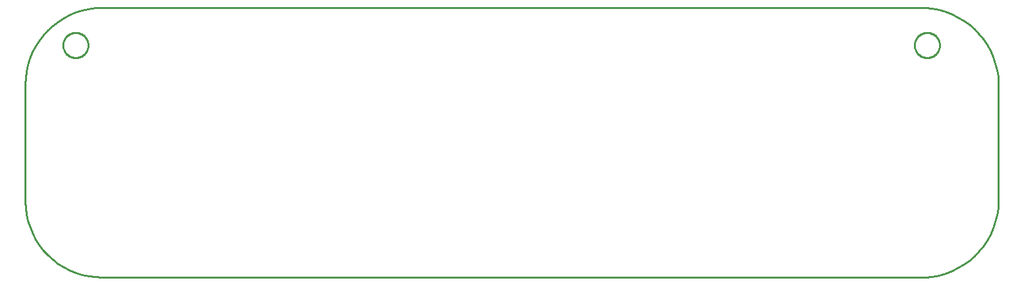
<source format=gbr>
G04 EAGLE Gerber RS-274X export*
G75*
%MOMM*%
%FSLAX34Y34*%
%LPD*%
%IN*%
%IPPOS*%
%AMOC8*
5,1,8,0,0,1.08239X$1,22.5*%
G01*
%ADD10C,0.254000*%


D10*
X0Y100000D02*
X404Y91263D01*
X1568Y82594D01*
X3484Y74060D01*
X6135Y65725D01*
X9503Y57653D01*
X13562Y49905D01*
X18281Y42540D01*
X23624Y35615D01*
X29549Y29182D01*
X36013Y23289D01*
X42966Y17983D01*
X50355Y13302D01*
X58124Y9284D01*
X66213Y5958D01*
X74562Y3349D01*
X83106Y1478D01*
X91781Y359D01*
X100520Y0D01*
X1175080Y0D01*
X1184027Y169D01*
X1192924Y1117D01*
X1201706Y2837D01*
X1210304Y5315D01*
X1218653Y8534D01*
X1226690Y12468D01*
X1234354Y17087D01*
X1241586Y22357D01*
X1248331Y28237D01*
X1254538Y34683D01*
X1260159Y41645D01*
X1265152Y49070D01*
X1269479Y56903D01*
X1273107Y65082D01*
X1276009Y73547D01*
X1278161Y82233D01*
X1279548Y91073D01*
X1280160Y100000D01*
X1280160Y255690D01*
X1279545Y264613D01*
X1278154Y273449D01*
X1275999Y282130D01*
X1273095Y290589D01*
X1269465Y298764D01*
X1265136Y306591D01*
X1260141Y314011D01*
X1254519Y320968D01*
X1248312Y327408D01*
X1241567Y333282D01*
X1234336Y338547D01*
X1226674Y343161D01*
X1218638Y347090D01*
X1210291Y350303D01*
X1201696Y352777D01*
X1192917Y354492D01*
X1184023Y355435D01*
X1175080Y355600D01*
X100520Y355600D01*
X91732Y355187D01*
X83013Y354011D01*
X74429Y352078D01*
X66047Y349405D01*
X57930Y346012D01*
X50139Y341924D01*
X42735Y337172D01*
X35772Y331793D01*
X29305Y325828D01*
X23382Y319322D01*
X18049Y312325D01*
X13346Y304889D01*
X9309Y297072D01*
X5969Y288933D01*
X3351Y280533D01*
X1475Y271937D01*
X355Y263211D01*
X0Y254420D01*
X0Y100000D01*
X82550Y305530D02*
X82479Y304451D01*
X82338Y303379D01*
X82127Y302319D01*
X81848Y301275D01*
X81500Y300251D01*
X81086Y299253D01*
X80608Y298283D01*
X80068Y297347D01*
X79467Y296448D01*
X78809Y295591D01*
X78097Y294778D01*
X77332Y294014D01*
X76519Y293301D01*
X75662Y292643D01*
X74763Y292042D01*
X73827Y291502D01*
X72857Y291024D01*
X71859Y290610D01*
X70835Y290262D01*
X69791Y289983D01*
X68731Y289772D01*
X67659Y289631D01*
X66580Y289560D01*
X65500Y289560D01*
X64421Y289631D01*
X63349Y289772D01*
X62289Y289983D01*
X61245Y290262D01*
X60221Y290610D01*
X59223Y291024D01*
X58253Y291502D01*
X57317Y292042D01*
X56418Y292643D01*
X55561Y293301D01*
X54748Y294014D01*
X53984Y294778D01*
X53271Y295591D01*
X52613Y296448D01*
X52012Y297347D01*
X51472Y298283D01*
X50994Y299253D01*
X50580Y300251D01*
X50232Y301275D01*
X49953Y302319D01*
X49742Y303379D01*
X49601Y304451D01*
X49530Y305530D01*
X49530Y306610D01*
X49601Y307689D01*
X49742Y308761D01*
X49953Y309821D01*
X50232Y310865D01*
X50580Y311889D01*
X50994Y312887D01*
X51472Y313857D01*
X52012Y314793D01*
X52613Y315692D01*
X53271Y316549D01*
X53984Y317362D01*
X54748Y318127D01*
X55561Y318839D01*
X56418Y319497D01*
X57317Y320098D01*
X58253Y320638D01*
X59223Y321116D01*
X60221Y321530D01*
X61245Y321878D01*
X62289Y322157D01*
X63349Y322368D01*
X64421Y322509D01*
X65500Y322580D01*
X66580Y322580D01*
X67659Y322509D01*
X68731Y322368D01*
X69791Y322157D01*
X70835Y321878D01*
X71859Y321530D01*
X72857Y321116D01*
X73827Y320638D01*
X74763Y320098D01*
X75662Y319497D01*
X76519Y318839D01*
X77332Y318127D01*
X78097Y317362D01*
X78809Y316549D01*
X79467Y315692D01*
X80068Y314793D01*
X80608Y313857D01*
X81086Y312887D01*
X81500Y311889D01*
X81848Y310865D01*
X82127Y309821D01*
X82338Y308761D01*
X82479Y307689D01*
X82550Y306610D01*
X82550Y305530D01*
X1202690Y305530D02*
X1202619Y304451D01*
X1202478Y303379D01*
X1202267Y302319D01*
X1201988Y301275D01*
X1201640Y300251D01*
X1201226Y299253D01*
X1200748Y298283D01*
X1200208Y297347D01*
X1199607Y296448D01*
X1198949Y295591D01*
X1198237Y294778D01*
X1197472Y294014D01*
X1196659Y293301D01*
X1195802Y292643D01*
X1194903Y292042D01*
X1193967Y291502D01*
X1192997Y291024D01*
X1191999Y290610D01*
X1190975Y290262D01*
X1189931Y289983D01*
X1188871Y289772D01*
X1187799Y289631D01*
X1186720Y289560D01*
X1185640Y289560D01*
X1184561Y289631D01*
X1183489Y289772D01*
X1182429Y289983D01*
X1181385Y290262D01*
X1180361Y290610D01*
X1179363Y291024D01*
X1178393Y291502D01*
X1177457Y292042D01*
X1176558Y292643D01*
X1175701Y293301D01*
X1174888Y294014D01*
X1174124Y294778D01*
X1173411Y295591D01*
X1172753Y296448D01*
X1172152Y297347D01*
X1171612Y298283D01*
X1171134Y299253D01*
X1170720Y300251D01*
X1170372Y301275D01*
X1170093Y302319D01*
X1169882Y303379D01*
X1169741Y304451D01*
X1169670Y305530D01*
X1169670Y306610D01*
X1169741Y307689D01*
X1169882Y308761D01*
X1170093Y309821D01*
X1170372Y310865D01*
X1170720Y311889D01*
X1171134Y312887D01*
X1171612Y313857D01*
X1172152Y314793D01*
X1172753Y315692D01*
X1173411Y316549D01*
X1174124Y317362D01*
X1174888Y318127D01*
X1175701Y318839D01*
X1176558Y319497D01*
X1177457Y320098D01*
X1178393Y320638D01*
X1179363Y321116D01*
X1180361Y321530D01*
X1181385Y321878D01*
X1182429Y322157D01*
X1183489Y322368D01*
X1184561Y322509D01*
X1185640Y322580D01*
X1186720Y322580D01*
X1187799Y322509D01*
X1188871Y322368D01*
X1189931Y322157D01*
X1190975Y321878D01*
X1191999Y321530D01*
X1192997Y321116D01*
X1193967Y320638D01*
X1194903Y320098D01*
X1195802Y319497D01*
X1196659Y318839D01*
X1197472Y318127D01*
X1198237Y317362D01*
X1198949Y316549D01*
X1199607Y315692D01*
X1200208Y314793D01*
X1200748Y313857D01*
X1201226Y312887D01*
X1201640Y311889D01*
X1201988Y310865D01*
X1202267Y309821D01*
X1202478Y308761D01*
X1202619Y307689D01*
X1202690Y306610D01*
X1202690Y305530D01*
M02*

</source>
